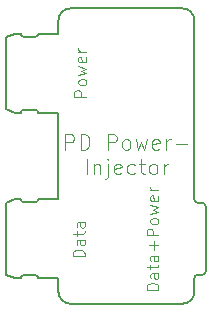
<source format=gto>
G04 #@! TF.GenerationSoftware,KiCad,Pcbnew,5.0.1*
G04 #@! TF.CreationDate,2018-12-03T20:07:42+01:00*
G04 #@! TF.ProjectId,pd-buddy-wye,70642D62756464792D7779652E6B6963,v1.2*
G04 #@! TF.SameCoordinates,Original*
G04 #@! TF.FileFunction,Legend,Top*
G04 #@! TF.FilePolarity,Positive*
%FSLAX46Y46*%
G04 Gerber Fmt 4.6, Leading zero omitted, Abs format (unit mm)*
G04 Created by KiCad (PCBNEW 5.0.1) date Mo 03 Dez 2018 20:07:42 CET*
%MOMM*%
%LPD*%
G01*
G04 APERTURE LIST*
%ADD10C,0.100000*%
%ADD11C,0.150000*%
%ADD12C,0.120000*%
G04 APERTURE END LIST*
D10*
X27852380Y-38385714D02*
X26852380Y-38385714D01*
X26852380Y-38147619D01*
X26900000Y-38004761D01*
X26995238Y-37909523D01*
X27090476Y-37861904D01*
X27280952Y-37814285D01*
X27423809Y-37814285D01*
X27614285Y-37861904D01*
X27709523Y-37909523D01*
X27804761Y-38004761D01*
X27852380Y-38147619D01*
X27852380Y-38385714D01*
X27852380Y-36957142D02*
X27328571Y-36957142D01*
X27233333Y-37004761D01*
X27185714Y-37100000D01*
X27185714Y-37290476D01*
X27233333Y-37385714D01*
X27804761Y-36957142D02*
X27852380Y-37052380D01*
X27852380Y-37290476D01*
X27804761Y-37385714D01*
X27709523Y-37433333D01*
X27614285Y-37433333D01*
X27519047Y-37385714D01*
X27471428Y-37290476D01*
X27471428Y-37052380D01*
X27423809Y-36957142D01*
X27185714Y-36623809D02*
X27185714Y-36242857D01*
X26852380Y-36480952D02*
X27709523Y-36480952D01*
X27804761Y-36433333D01*
X27852380Y-36338095D01*
X27852380Y-36242857D01*
X27852380Y-35480952D02*
X27328571Y-35480952D01*
X27233333Y-35528571D01*
X27185714Y-35623809D01*
X27185714Y-35814285D01*
X27233333Y-35909523D01*
X27804761Y-35480952D02*
X27852380Y-35576190D01*
X27852380Y-35814285D01*
X27804761Y-35909523D01*
X27709523Y-35957142D01*
X27614285Y-35957142D01*
X27519047Y-35909523D01*
X27471428Y-35814285D01*
X27471428Y-35576190D01*
X27423809Y-35480952D01*
X27471428Y-35004761D02*
X27471428Y-34242857D01*
X27852380Y-34623809D02*
X27090476Y-34623809D01*
X27852380Y-33766666D02*
X26852380Y-33766666D01*
X26852380Y-33385714D01*
X26900000Y-33290476D01*
X26947619Y-33242857D01*
X27042857Y-33195238D01*
X27185714Y-33195238D01*
X27280952Y-33242857D01*
X27328571Y-33290476D01*
X27376190Y-33385714D01*
X27376190Y-33766666D01*
X27852380Y-32623809D02*
X27804761Y-32719047D01*
X27757142Y-32766666D01*
X27661904Y-32814285D01*
X27376190Y-32814285D01*
X27280952Y-32766666D01*
X27233333Y-32719047D01*
X27185714Y-32623809D01*
X27185714Y-32480952D01*
X27233333Y-32385714D01*
X27280952Y-32338095D01*
X27376190Y-32290476D01*
X27661904Y-32290476D01*
X27757142Y-32338095D01*
X27804761Y-32385714D01*
X27852380Y-32480952D01*
X27852380Y-32623809D01*
X27185714Y-31957142D02*
X27852380Y-31766666D01*
X27376190Y-31576190D01*
X27852380Y-31385714D01*
X27185714Y-31195238D01*
X27804761Y-30433333D02*
X27852380Y-30528571D01*
X27852380Y-30719047D01*
X27804761Y-30814285D01*
X27709523Y-30861904D01*
X27328571Y-30861904D01*
X27233333Y-30814285D01*
X27185714Y-30719047D01*
X27185714Y-30528571D01*
X27233333Y-30433333D01*
X27328571Y-30385714D01*
X27423809Y-30385714D01*
X27519047Y-30861904D01*
X27852380Y-29957142D02*
X27185714Y-29957142D01*
X27376190Y-29957142D02*
X27280952Y-29909523D01*
X27233333Y-29861904D01*
X27185714Y-29766666D01*
X27185714Y-29671428D01*
X21602380Y-35552380D02*
X20602380Y-35552380D01*
X20602380Y-35314285D01*
X20650000Y-35171428D01*
X20745238Y-35076190D01*
X20840476Y-35028571D01*
X21030952Y-34980952D01*
X21173809Y-34980952D01*
X21364285Y-35028571D01*
X21459523Y-35076190D01*
X21554761Y-35171428D01*
X21602380Y-35314285D01*
X21602380Y-35552380D01*
X21602380Y-34123809D02*
X21078571Y-34123809D01*
X20983333Y-34171428D01*
X20935714Y-34266666D01*
X20935714Y-34457142D01*
X20983333Y-34552380D01*
X21554761Y-34123809D02*
X21602380Y-34219047D01*
X21602380Y-34457142D01*
X21554761Y-34552380D01*
X21459523Y-34600000D01*
X21364285Y-34600000D01*
X21269047Y-34552380D01*
X21221428Y-34457142D01*
X21221428Y-34219047D01*
X21173809Y-34123809D01*
X20935714Y-33790476D02*
X20935714Y-33409523D01*
X20602380Y-33647619D02*
X21459523Y-33647619D01*
X21554761Y-33600000D01*
X21602380Y-33504761D01*
X21602380Y-33409523D01*
X21602380Y-32647619D02*
X21078571Y-32647619D01*
X20983333Y-32695238D01*
X20935714Y-32790476D01*
X20935714Y-32980952D01*
X20983333Y-33076190D01*
X21554761Y-32647619D02*
X21602380Y-32742857D01*
X21602380Y-32980952D01*
X21554761Y-33076190D01*
X21459523Y-33123809D01*
X21364285Y-33123809D01*
X21269047Y-33076190D01*
X21221428Y-32980952D01*
X21221428Y-32742857D01*
X21173809Y-32647619D01*
X21752380Y-22026190D02*
X20752380Y-22026190D01*
X20752380Y-21645238D01*
X20800000Y-21550000D01*
X20847619Y-21502380D01*
X20942857Y-21454761D01*
X21085714Y-21454761D01*
X21180952Y-21502380D01*
X21228571Y-21550000D01*
X21276190Y-21645238D01*
X21276190Y-22026190D01*
X21752380Y-20883333D02*
X21704761Y-20978571D01*
X21657142Y-21026190D01*
X21561904Y-21073809D01*
X21276190Y-21073809D01*
X21180952Y-21026190D01*
X21133333Y-20978571D01*
X21085714Y-20883333D01*
X21085714Y-20740476D01*
X21133333Y-20645238D01*
X21180952Y-20597619D01*
X21276190Y-20550000D01*
X21561904Y-20550000D01*
X21657142Y-20597619D01*
X21704761Y-20645238D01*
X21752380Y-20740476D01*
X21752380Y-20883333D01*
X21085714Y-20216666D02*
X21752380Y-20026190D01*
X21276190Y-19835714D01*
X21752380Y-19645238D01*
X21085714Y-19454761D01*
X21704761Y-18692857D02*
X21752380Y-18788095D01*
X21752380Y-18978571D01*
X21704761Y-19073809D01*
X21609523Y-19121428D01*
X21228571Y-19121428D01*
X21133333Y-19073809D01*
X21085714Y-18978571D01*
X21085714Y-18788095D01*
X21133333Y-18692857D01*
X21228571Y-18645238D01*
X21323809Y-18645238D01*
X21419047Y-19121428D01*
X21752380Y-18216666D02*
X21085714Y-18216666D01*
X21276190Y-18216666D02*
X21180952Y-18169047D01*
X21133333Y-18121428D01*
X21085714Y-18026190D01*
X21085714Y-17930952D01*
D11*
X30900000Y-22550000D02*
X30900000Y-15500000D01*
X30900000Y-38550000D02*
X30900000Y-37400000D01*
D12*
X19980952Y-26503095D02*
X19980952Y-25203095D01*
X20476190Y-25203095D01*
X20600000Y-25265000D01*
X20661904Y-25326904D01*
X20723809Y-25450714D01*
X20723809Y-25636428D01*
X20661904Y-25760238D01*
X20600000Y-25822142D01*
X20476190Y-25884047D01*
X19980952Y-25884047D01*
X21280952Y-26503095D02*
X21280952Y-25203095D01*
X21590476Y-25203095D01*
X21776190Y-25265000D01*
X21900000Y-25388809D01*
X21961904Y-25512619D01*
X22023809Y-25760238D01*
X22023809Y-25945952D01*
X21961904Y-26193571D01*
X21900000Y-26317380D01*
X21776190Y-26441190D01*
X21590476Y-26503095D01*
X21280952Y-26503095D01*
X23571428Y-26503095D02*
X23571428Y-25203095D01*
X24066666Y-25203095D01*
X24190476Y-25265000D01*
X24252380Y-25326904D01*
X24314285Y-25450714D01*
X24314285Y-25636428D01*
X24252380Y-25760238D01*
X24190476Y-25822142D01*
X24066666Y-25884047D01*
X23571428Y-25884047D01*
X25057142Y-26503095D02*
X24933333Y-26441190D01*
X24871428Y-26379285D01*
X24809523Y-26255476D01*
X24809523Y-25884047D01*
X24871428Y-25760238D01*
X24933333Y-25698333D01*
X25057142Y-25636428D01*
X25242857Y-25636428D01*
X25366666Y-25698333D01*
X25428571Y-25760238D01*
X25490476Y-25884047D01*
X25490476Y-26255476D01*
X25428571Y-26379285D01*
X25366666Y-26441190D01*
X25242857Y-26503095D01*
X25057142Y-26503095D01*
X25923809Y-25636428D02*
X26171428Y-26503095D01*
X26419047Y-25884047D01*
X26666666Y-26503095D01*
X26914285Y-25636428D01*
X27904761Y-26441190D02*
X27780952Y-26503095D01*
X27533333Y-26503095D01*
X27409523Y-26441190D01*
X27347619Y-26317380D01*
X27347619Y-25822142D01*
X27409523Y-25698333D01*
X27533333Y-25636428D01*
X27780952Y-25636428D01*
X27904761Y-25698333D01*
X27966666Y-25822142D01*
X27966666Y-25945952D01*
X27347619Y-26069761D01*
X28523809Y-26503095D02*
X28523809Y-25636428D01*
X28523809Y-25884047D02*
X28585714Y-25760238D01*
X28647619Y-25698333D01*
X28771428Y-25636428D01*
X28895238Y-25636428D01*
X29328571Y-26007857D02*
X30319047Y-26007857D01*
X21776190Y-28573095D02*
X21776190Y-27273095D01*
X22395238Y-27706428D02*
X22395238Y-28573095D01*
X22395238Y-27830238D02*
X22457142Y-27768333D01*
X22580952Y-27706428D01*
X22766666Y-27706428D01*
X22890476Y-27768333D01*
X22952380Y-27892142D01*
X22952380Y-28573095D01*
X23571428Y-27706428D02*
X23571428Y-28820714D01*
X23509523Y-28944523D01*
X23385714Y-29006428D01*
X23323809Y-29006428D01*
X23571428Y-27273095D02*
X23509523Y-27335000D01*
X23571428Y-27396904D01*
X23633333Y-27335000D01*
X23571428Y-27273095D01*
X23571428Y-27396904D01*
X24685714Y-28511190D02*
X24561904Y-28573095D01*
X24314285Y-28573095D01*
X24190476Y-28511190D01*
X24128571Y-28387380D01*
X24128571Y-27892142D01*
X24190476Y-27768333D01*
X24314285Y-27706428D01*
X24561904Y-27706428D01*
X24685714Y-27768333D01*
X24747619Y-27892142D01*
X24747619Y-28015952D01*
X24128571Y-28139761D01*
X25861904Y-28511190D02*
X25738095Y-28573095D01*
X25490476Y-28573095D01*
X25366666Y-28511190D01*
X25304761Y-28449285D01*
X25242857Y-28325476D01*
X25242857Y-27954047D01*
X25304761Y-27830238D01*
X25366666Y-27768333D01*
X25490476Y-27706428D01*
X25738095Y-27706428D01*
X25861904Y-27768333D01*
X26233333Y-27706428D02*
X26728571Y-27706428D01*
X26419047Y-27273095D02*
X26419047Y-28387380D01*
X26480952Y-28511190D01*
X26604761Y-28573095D01*
X26728571Y-28573095D01*
X27347619Y-28573095D02*
X27223809Y-28511190D01*
X27161904Y-28449285D01*
X27100000Y-28325476D01*
X27100000Y-27954047D01*
X27161904Y-27830238D01*
X27223809Y-27768333D01*
X27347619Y-27706428D01*
X27533333Y-27706428D01*
X27657142Y-27768333D01*
X27719047Y-27830238D01*
X27780952Y-27954047D01*
X27780952Y-28325476D01*
X27719047Y-28449285D01*
X27657142Y-28511190D01*
X27533333Y-28573095D01*
X27347619Y-28573095D01*
X28338095Y-28573095D02*
X28338095Y-27706428D01*
X28338095Y-27954047D02*
X28400000Y-27830238D01*
X28461904Y-27768333D01*
X28585714Y-27706428D01*
X28709523Y-27706428D01*
D11*
X17700000Y-30700000D02*
G75*
G02X17450000Y-30950000I-250000J0D01*
G01*
X16450000Y-30950000D02*
G75*
G02X16200000Y-30700000I0J250000D01*
G01*
X16200000Y-37400000D02*
G75*
G02X16450000Y-37150000I250000J0D01*
G01*
X17450000Y-37150000D02*
G75*
G02X17700000Y-37400000I0J-250000D01*
G01*
X17450000Y-23150000D02*
G75*
G02X17700000Y-23400000I0J-250000D01*
G01*
X16200000Y-23400000D02*
G75*
G02X16450000Y-23150000I250000J0D01*
G01*
X16450000Y-16950000D02*
G75*
G02X16200000Y-16700000I0J250000D01*
G01*
X17700000Y-16700000D02*
G75*
G02X17450000Y-16950000I-250000J0D01*
G01*
X19400000Y-37400000D02*
X19400000Y-38550000D01*
X17700000Y-37400000D02*
X19400000Y-37400000D01*
X16450000Y-37150000D02*
X17450000Y-37150000D01*
X15700000Y-37400000D02*
X16200000Y-37400000D01*
X14950000Y-37100000D02*
X15700000Y-37400000D01*
X14950000Y-31000000D02*
X14950000Y-37100000D01*
X15700000Y-30700000D02*
X14950000Y-31000000D01*
X16200000Y-30700000D02*
X15700000Y-30700000D01*
X17450000Y-30950000D02*
X16450000Y-30950000D01*
X19400000Y-30700000D02*
X17700000Y-30700000D01*
X19400000Y-23400000D02*
X19400000Y-30700000D01*
X17700000Y-23400000D02*
X19400000Y-23400000D01*
X16450000Y-23150000D02*
X17450000Y-23150000D01*
X15700000Y-23400000D02*
X16200000Y-23400000D01*
X14950000Y-23100000D02*
X15700000Y-23400000D01*
X14950000Y-17000000D02*
X14950000Y-23100000D01*
X15700000Y-16700000D02*
X14950000Y-17000000D01*
X16200000Y-16700000D02*
X15700000Y-16700000D01*
X17450000Y-16950000D02*
X16450000Y-16950000D01*
X19400000Y-16700000D02*
X17700000Y-16700000D01*
X19400000Y-15550000D02*
X19400000Y-16700000D01*
X31200000Y-31000000D02*
X31560000Y-31000000D01*
X30900000Y-30700000D02*
G75*
G03X31200000Y-31000000I300000J0D01*
G01*
X31860000Y-31300000D02*
X31860000Y-36800000D01*
X31860000Y-31300000D02*
G75*
G03X31560000Y-31000000I-300000J0D01*
G01*
X31560000Y-37100000D02*
X31200000Y-37100000D01*
X31560000Y-37100000D02*
G75*
G03X31860000Y-36800000I0J300000D01*
G01*
X31200000Y-37100000D02*
G75*
G03X30900000Y-37400000I0J-300000D01*
G01*
X30900000Y-15550000D02*
G75*
G03X29900000Y-14550000I-1000000J0D01*
G01*
X20400000Y-14550000D02*
G75*
G03X19400000Y-15550000I0J-1000000D01*
G01*
X19400000Y-38550000D02*
G75*
G03X20400000Y-39550000I1000000J0D01*
G01*
X29900000Y-39550000D02*
G75*
G03X30900000Y-38550000I0J1000000D01*
G01*
X20400000Y-39550000D02*
X29900000Y-39550000D01*
X29900000Y-14550000D02*
X20400000Y-14550000D01*
X30900000Y-30700000D02*
X30900000Y-22550000D01*
M02*

</source>
